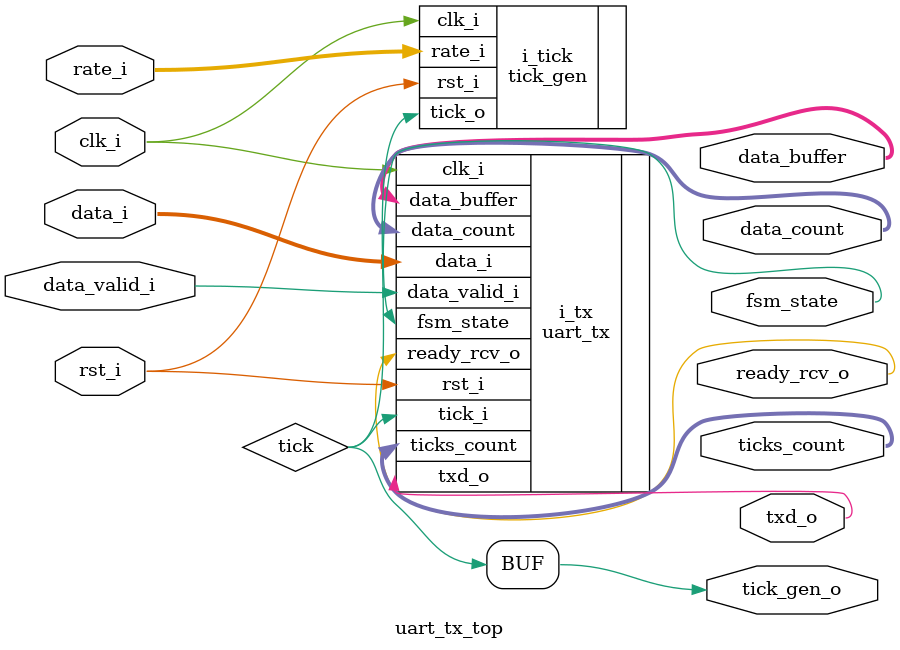
<source format=v>
module uart_tx_top
#(
  parameter FREQ = 100000000,
  parameter BAUDRATE = 921600
)
(
input         rst_i,
input         clk_i,
input  [1 :0] rate_i,
input         data_valid_i, 
input  [7 :0] data_i,       
output        ready_rcv_o,  
output        txd_o,
output        tick_gen_o,
output [9 :0] data_buffer,
output [3 :0] ticks_count,
output [3 :0] data_count, 
output        fsm_state
);
    
wire tick;
assign tick_gen_o = tick;
    
tick_gen 
#(
    .FREQ     (FREQ    ),
    .BAUDRATE (BAUDRATE)
) 
i_tick
(
    .rst_i  (rst_i ),
    .clk_i  (clk_i ),
    .rate_i (rate_i),
    .tick_o (tick  ) 
);
    
uart_tx 
i_tx
(
.rst_i        (rst_i       ),
.clk_i        (clk_i       ),
.tick_i       (tick        ),
.data_valid_i (data_valid_i), 
.data_i       (data_i      ),       
.ready_rcv_o  (ready_rcv_o ), 
.txd_o        (txd_o       ),
.data_buffer  (data_buffer ),
.ticks_count  (ticks_count ),
.data_count   (data_count  ),
.fsm_state    (fsm_state   ) 
);
       
endmodule 
</source>
